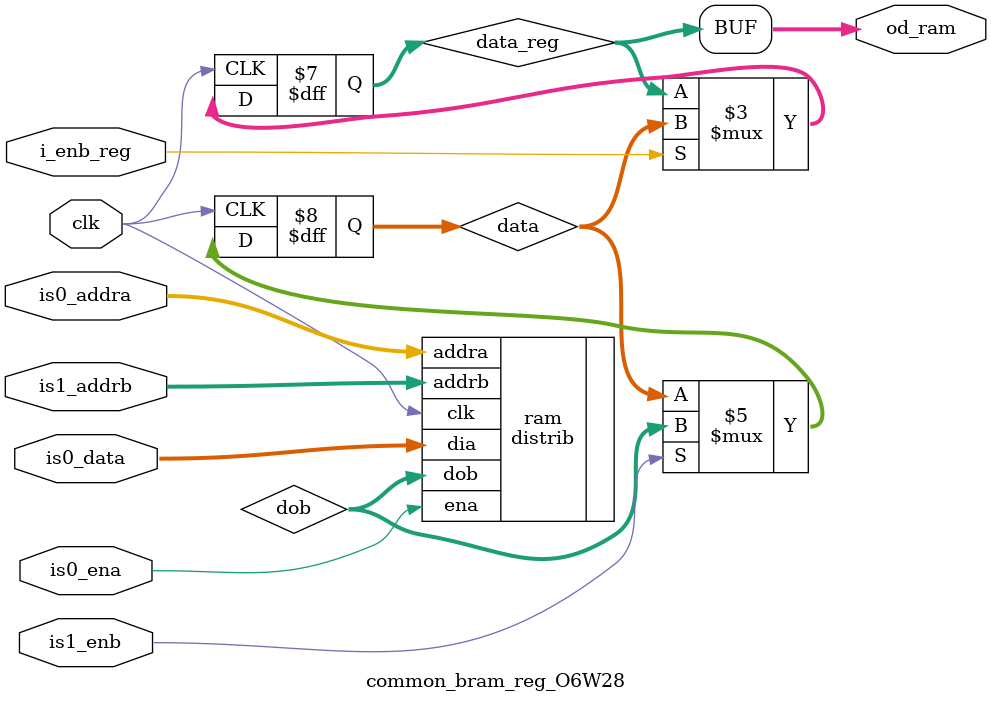
<source format=sv>
`timescale 100ps/100ps

(* keep_hierarchy = "yes" *) module common_bram_reg_O6W28 (
    input  bit clk,
    input  bit is0_ena,
    input  bit [5:0] is0_addra,
    input  bit [27:0] is0_data,
    input  bit is1_enb,
    input  bit [5:0] is1_addrb,
    input  bit i_enb_reg,
    output bit [27:0] od_ram
);


///////////////////////////////////////////////////////////
///////////////////////////////////////////////////////////
bit [27:0] data;
bit [27:0] data_reg;
bit [27:0] dob;

distrib #(
    .ORDER               (6),
    .WIDTH               (28))
ram (
    .clk                 (clk),
    .ena                 (is0_ena),
    .addra               (is0_addra),
    .dia                 (is0_data),
    .addrb               (is1_addrb),
    .dob                 (dob));


///////////////////////////////////////////////////////////
///////////////////////////////////////////////////////////
always_ff @(posedge clk)
begin
    if (is1_enb) begin
        data <= dob;
    end
end
always_ff @(posedge clk)
begin
    if (i_enb_reg) begin
        data_reg <= data;
    end
end
assign od_ram = data_reg;

endmodule
</source>
